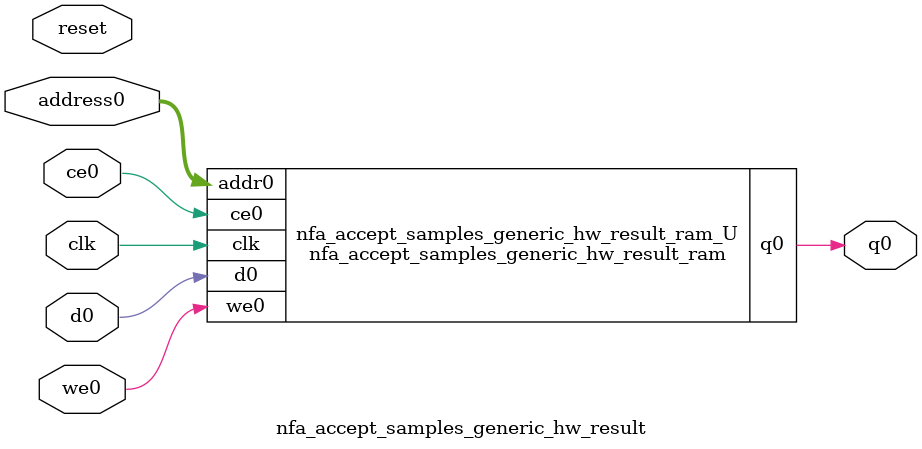
<source format=v>

`timescale 1 ns / 1 ps
module nfa_accept_samples_generic_hw_result_ram (addr0, ce0, d0, we0, q0,  clk);

parameter DWIDTH = 1;
parameter AWIDTH = 4;
parameter MEM_SIZE = 16;

input[AWIDTH-1:0] addr0;
input ce0;
input[DWIDTH-1:0] d0;
input we0;
output reg[DWIDTH-1:0] q0;
input clk;

(* ram_style = "distributed" *)reg [DWIDTH-1:0] ram[MEM_SIZE-1:0];




always @(posedge clk)  
begin 
    if (ce0) 
    begin
        if (we0) 
        begin 
            ram[addr0] <= d0; 
            q0 <= d0;
        end 
        else 
            q0 <= ram[addr0];
    end
end


endmodule


`timescale 1 ns / 1 ps
module nfa_accept_samples_generic_hw_result(
    reset,
    clk,
    address0,
    ce0,
    we0,
    d0,
    q0);

parameter DataWidth = 32'd1;
parameter AddressRange = 32'd16;
parameter AddressWidth = 32'd4;
input reset;
input clk;
input[AddressWidth - 1:0] address0;
input ce0;
input we0;
input[DataWidth - 1:0] d0;
output[DataWidth - 1:0] q0;




nfa_accept_samples_generic_hw_result_ram nfa_accept_samples_generic_hw_result_ram_U(
    .clk( clk ),
    .addr0( address0 ),
    .ce0( ce0 ),
    .d0( d0 ),
    .we0( we0 ),
    .q0( q0 ));

endmodule


</source>
